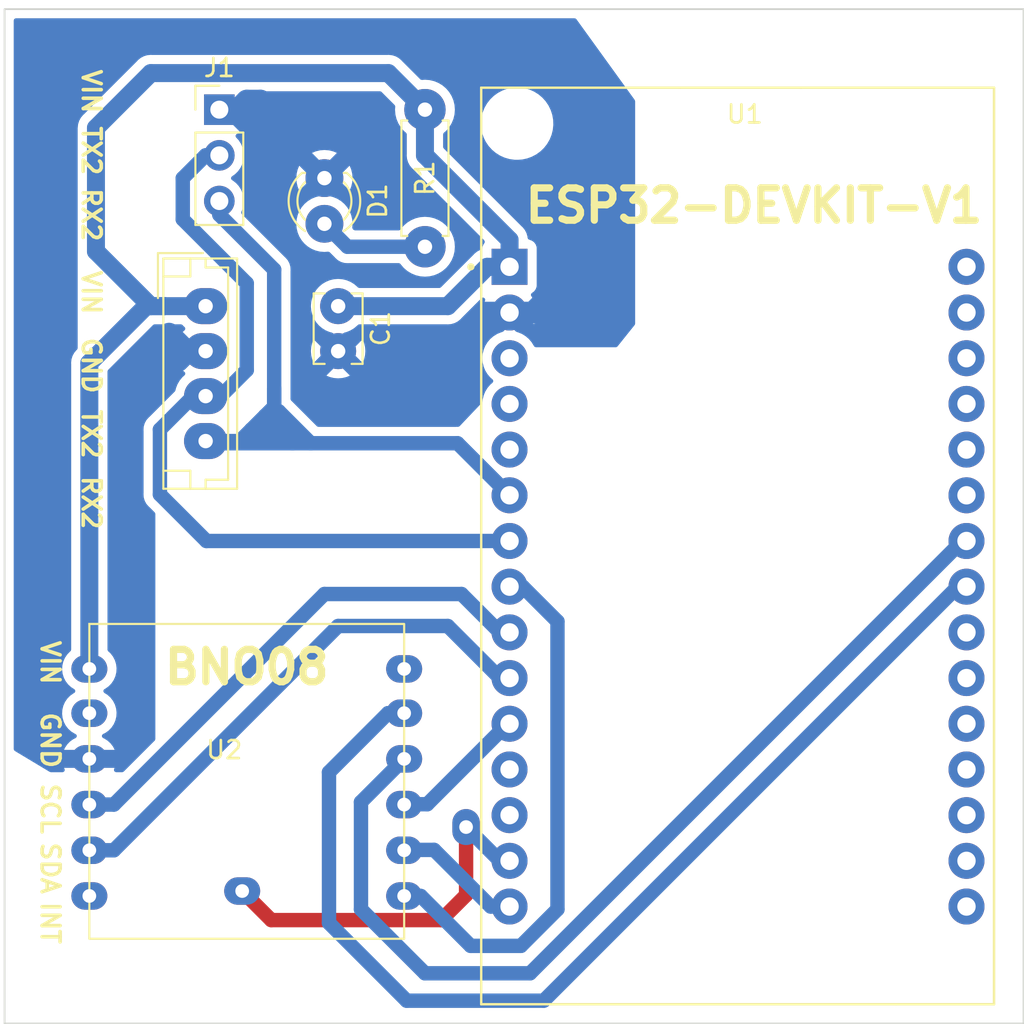
<source format=kicad_pcb>
(kicad_pcb (version 20211014) (generator pcbnew)
  (layers (0 "F.Cu" signal) (31 "B.Cu" signal) (34 "B.Paste" user) (35 "F.Paste" user) (36 "B.SilkS" user "B.Silkscreen") (37 "F.SilkS" user "F.Silkscreen") (38 "B.Mask" user) (39 "F.Mask" user) (44 "Edge.Cuts" user))
  (net 0 "")
  (net 1 "/VIN")
  (net 2 "GND")
  (net 3 "Net-(D1-Pad2)")
  (net 4 "/RX2")
  (net 5 "/TX2")
  (net 9 "/CS")
  (net 10 "/SCL")
  (net 11 "/SDA")
  (net 12 "/RST")
  (net 15 "/INT")
  (net 16 "/DI")
  (net 22 "/P1")
  (net 23 "/P0")
  (footprint "MY_LIB:LED_D3.0mm" (layer "F.Cu") (at 126.492 96.261 -90)
    (fp_text reference "D1" (at 1.27 -2.96 90) (layer "F.SilkS"))
    (fp_text value "LED")
    (fp_line (start -0.29 -1.236) (end -0.29 -1.08) (layer "F.SilkS") (width 0.12))
    (fp_line (start -0.29 1.08) (end -0.29 1.236) (layer "F.SilkS") (width 0.12))
    (fp_arc (start 2.31113 1.079837) (mid 1.270117 1.5) (end 0.229039 1.08) (layer "F.SilkS") (width 0.12))
    (fp_arc (start -0.29 -1.235516) (mid 1.366487 -1.987659) (end 2.942335 -1.078608) (layer "F.SilkS") (width 0.12))
    (fp_arc (start 2.942335 1.078608) (mid 1.366487 1.987659) (end -0.29 1.235516) (layer "F.SilkS") (width 0.12))
    (fp_arc (start 0.229039 -1.08) (mid 1.270117 -1.5) (end 2.31113 -1.079837) (layer "F.SilkS") (width 0.12))
    (pad "1" thru_hole circle locked (at 0 0 270) (size 2.1 2.1) (drill 0.8) (layers *.Cu *.Mask) (net 2 "GND"))
    (pad "2" thru_hole circle locked (at 2.54 0 270) (size 2.1 2.1) (drill 0.8) (layers *.Cu *.Mask) (net 3 "Net-(D1-Pad2)"))
  )
  (footprint "MY_LIB:Resistor_small" (layer "F.Cu") (at 132.08 100.076 90)
    (fp_text reference "R1" (at 3.81 0 90) (layer "F.SilkS"))
    (fp_text value "R")
    (fp_line (start 0.6 -0.98) (end 0.6 -1.31) (layer "F.SilkS") (width 0.12))
    (fp_line (start 7.02 -1.31) (end 7.02 -0.98) (layer "F.SilkS") (width 0.12))
    (fp_line (start 0.6 1.31) (end 7.02 1.31) (layer "F.SilkS") (width 0.12))
    (fp_line (start 0.6 0.98) (end 0.6 1.31) (layer "F.SilkS") (width 0.12))
    (fp_line (start 7.02 1.31) (end 7.02 0.98) (layer "F.SilkS") (width 0.12))
    (fp_line (start 0.6 -1.31) (end 7.02 -1.31) (layer "F.SilkS") (width 0.12))
    (pad "1" thru_hole circle locked (at 0 0 90) (size 2.3 2.3) (drill 0.8) (layers *.Cu *.Mask) (net 3 "Net-(D1-Pad2)"))
    (pad "2" thru_hole circle locked (at 7.62 0 90) (size 2.3 2.3) (drill 0.8) (layers *.Cu *.Mask) (net 1 "/VIN"))
  )
  (footprint "ESP32-DEVKIT-V1:MODULE_ESP32_DEVKIT_V1" (layer "F.Cu") (at 149.483 116.707)
    (fp_text reference "U1" (at 0.377 -23.997) (layer "F.SilkS"))
    (fp_text value "ESP32-DEVKIT-V1")
    (fp_line (start 14.23 25.475) (end -14.28 25.475) (layer "F.SilkS") (width 0.127))
    (fp_line (start -3.211 -25.475) (end 3.5 -25.475) (layer "F.SilkS") (width 0.127))
    (fp_line (start -14.28 25.475) (end -14.28 -25.475) (layer "F.SilkS") (width 0.127))
    (fp_line (start 3.5 -25.475) (end 14.23 -25.475) (layer "F.SilkS") (width 0.127))
    (fp_line (start -14.28 25.475) (end -8.91 25.475) (layer "F.SilkS") (width 0.127))
    (fp_line (start 8.78 25.475) (end 14.23 25.475) (layer "F.SilkS") (width 0.127))
    (fp_line (start -14.28 -25.475) (end -3.211 -25.475) (layer "F.SilkS") (width 0.127))
    (fp_line (start -14.28 -25.475) (end 14.23 -25.475) (layer "F.SilkS") (width 0.127))
    (fp_line (start 14.23 -25.475) (end 14.23 25.475) (layer "F.SilkS") (width 0.127))
    (fp_line (start 14.23 -25.475) (end 14.23 25.475) (layer "F.SilkS") (width 0.127))
    (fp_line (start -14.28 25.475) (end -14.28 -25.475) (layer "F.SilkS") (width 0.127))
    (fp_line (start -8.91 25.475) (end 8.78 25.475) (layer "F.SilkS") (width 0.127))
    (fp_circle (center -14.85 -15.515) (end -14.75 -15.515) (layer "F.SilkS") (width 0.2) (fill none))
    (pad "" np_thru_hole circle (at 12.23 -23.475) (size 3 3) (drill 3) (layers *.Cu *.Mask))
    (pad "" np_thru_hole circle (at 12.23 23.475) (size 3 3) (drill 3) (layers *.Cu *.Mask))
    (pad "" np_thru_hole circle (at -12.28 -23.475) (size 3 3) (drill 3) (layers *.Cu *.Mask))
    (pad "1" thru_hole rect (at -12.7 -15.515) (size 2 2) (drill 1.02) (layers *.Cu *.Mask) (net 1 "/VIN"))
    (pad "2" thru_hole circle (at -12.7 -12.975) (size 2 2) (drill 1.02) (layers *.Cu *.Mask) (net 2 "GND"))
    (pad "3" thru_hole circle (at -12.7 -10.435) (size 2 2) (drill 1.02) (layers *.Cu *.Mask))
    (pad "4" thru_hole circle (at -12.7 -7.895) (size 2 2) (drill 1.02) (layers *.Cu *.Mask))
    (pad "5" thru_hole circle (at -12.7 -5.355) (size 2 2) (drill 1.02) (layers *.Cu *.Mask))
    (pad "6" thru_hole circle (at -12.7 -2.815) (size 2 2) (drill 1.02) (layers *.Cu *.Mask) (net 4 "/RX2"))
    (pad "7" thru_hole circle (at -12.7 -0.275) (size 2 2) (drill 1.02) (layers *.Cu *.Mask) (net 5 "/TX2"))
    (pad "8" thru_hole circle (at -12.7 2.265) (size 2 2) (drill 1.02) (layers *.Cu *.Mask) (net 9 "/CS"))
    (pad "9" thru_hole circle (at -12.7 4.805) (size 2 2) (drill 1.02) (layers *.Cu *.Mask) (net 10 "/SCL"))
    (pad "10" thru_hole circle (at -12.7 7.345) (size 2 2) (drill 1.02) (layers *.Cu *.Mask) (net 11 "/SDA"))
    (pad "11" thru_hole circle (at -12.7 9.885) (size 2 2) (drill 1.02) (layers *.Cu *.Mask) (net 12 "/RST"))
    (pad "12" thru_hole circle (at -12.7 12.425) (size 2 2) (drill 1.02) (layers *.Cu *.Mask))
    (pad "13" thru_hole circle (at -12.7 14.965) (size 2 2) (drill 1.02) (layers *.Cu *.Mask))
    (pad "14" thru_hole circle (at -12.7 17.505) (size 2 2) (drill 1.02) (layers *.Cu *.Mask) (net 15 "/INT"))
    (pad "15" thru_hole circle (at -12.7 20.045) (size 2 2) (drill 1.02) (layers *.Cu *.Mask) (net 16 "/DI"))
    (pad "16" thru_hole circle (at 12.7 20.045) (size 2 2) (drill 1.02) (layers *.Cu *.Mask))
    (pad "17" thru_hole circle (at 12.7 17.505) (size 2 2) (drill 1.02) (layers *.Cu *.Mask))
    (pad "18" thru_hole circle (at 12.7 14.965) (size 2 2) (drill 1.02) (layers *.Cu *.Mask))
    (pad "19" thru_hole circle (at 12.7 12.425) (size 2 2) (drill 1.02) (layers *.Cu *.Mask))
    (pad "20" thru_hole circle (at 12.7 9.885) (size 2 2) (drill 1.02) (layers *.Cu *.Mask))
    (pad "21" thru_hole circle (at 12.7 7.345) (size 2 2) (drill 1.02) (layers *.Cu *.Mask))
    (pad "22" thru_hole circle (at 12.7 4.805) (size 2 2) (drill 1.02) (layers *.Cu *.Mask))
    (pad "23" thru_hole circle (at 12.7 2.265) (size 2 2) (drill 1.02) (layers *.Cu *.Mask) (net 23 "/P0"))
    (pad "24" thru_hole circle (at 12.7 -0.275) (size 2 2) (drill 1.02) (layers *.Cu *.Mask) (net 22 "/P1"))
    (pad "25" thru_hole circle (at 12.7 -2.815) (size 2 2) (drill 1.02) (layers *.Cu *.Mask))
    (pad "26" thru_hole circle (at 12.7 -5.355) (size 2 2) (drill 1.02) (layers *.Cu *.Mask))
    (pad "27" thru_hole circle (at 12.7 -7.895) (size 2 2) (drill 1.02) (layers *.Cu *.Mask))
    (pad "28" thru_hole circle (at 12.7 -10.435) (size 2 2) (drill 1.02) (layers *.Cu *.Mask))
    (pad "29" thru_hole circle (at 12.7 -12.975) (size 2 2) (drill 1.02) (layers *.Cu *.Mask) (net 2 "GND"))
    (pad "30" thru_hole circle (at 12.7 -15.515) (size 2 2) (drill 1.02) (layers *.Cu *.Mask))
  )
  (footprint "MY_LIB:jst_4" (layer "F.Cu") (at 119.888 103.378 -90)
    (fp_text reference "J3" hide)
    (fp_text value "Conn_01x04_Male")
    (fp_line (start -2.95 2.65) (end -0.45 2.65) (layer "F.SilkS") (width 0.12))
    (fp_line (start -2.95 0.15) (end -2.95 2.65) (layer "F.SilkS") (width 0.12))
    (fp_line (start -2.15 0) (end -2.15 -1.25) (layer "F.SilkS") (width 0.12))
    (fp_line (start -2.65 2.35) (end 10.15 2.35) (layer "F.SilkS") (width 0.12))
    (fp_line (start -2.65 -1.75) (end -2.65 2.35) (layer "F.SilkS") (width 0.12))
    (fp_line (start -1.65 0.85) (end -1.65 2.35) (layer "F.SilkS") (width 0.12))
    (fp_line (start 9.65 0) (end 10.15 0) (layer "F.SilkS") (width 0.12))
    (fp_line (start 10.15 2.35) (end 10.15 -1.75) (layer "F.SilkS") (width 0.12))
    (fp_line (start 10.15 -1.75) (end -2.65 -1.75) (layer "F.SilkS") (width 0.12))
    (fp_line (start 9.15 0.85) (end 9.15 2.35) (layer "F.SilkS") (width 0.12))
    (fp_line (start 9.65 -1.25) (end 9.65 0) (layer "F.SilkS") (width 0.12))
    (fp_line (start -2.65 0) (end -2.15 0) (layer "F.SilkS") (width 0.12))
    (fp_line (start -2.15 -1.25) (end 9.65 -1.25) (layer "F.SilkS") (width 0.12))
    (fp_line (start 10.15 0.85) (end 9.15 0.85) (layer "F.SilkS") (width 0.12))
    (fp_line (start -2.65 0.85) (end -1.65 0.85) (layer "F.SilkS") (width 0.12))
    (pad "1" thru_hole oval locked (at 0 0 270) (size 2 2.4) (drill 0.8) (layers *.Cu *.Mask) (net 1 "/VIN"))
    (pad "2" thru_hole oval locked (at 2.5 0 270) (size 2 2.4) (drill 0.8) (layers *.Cu *.Mask) (net 2 "GND"))
    (pad "3" thru_hole oval locked (at 5 0 270) (size 2 2.4) (drill 0.8) (layers *.Cu *.Mask) (net 5 "/TX2"))
    (pad "4" thru_hole oval locked (at 7.5 0 270) (size 2 2.4) (drill 0.8) (layers *.Cu *.Mask) (net 4 "/RX2"))
  )
  (footprint "" (layer "F.Cu") (at 134.366 132.334 90)
    (fp_text reference "" (at 0 0 90) (layer "F.SilkS") (effects (font (size 1.27 1.27))))
    (fp_text value "" (at 0 0 90) (layer "F.SilkS") (effects (font (size 1.27 1.27))))
    (pad "6" thru_hole oval (at 0 0 90) (size 2 1.524) (drill oval 0.762) (layers *.Cu *.Mask) (net 15 "/INT"))
  )
  (footprint "IMU:BNO08X" (layer "F.Cu") (at 120.924 128.544)
    (fp_text reference "U2" (at 0 -0.5 unlocked) (layer "F.SilkS"))
    (fp_text value "BNO08X")
    (fp_rect (start -7.5 -7.5) (end 10 10) (layer "F.SilkS") (width 0.12) (fill none))
    (pad "1" thru_hole oval (at -7.5 -5) (size 2 1.524) (drill oval 0.762) (layers *.Cu *.Mask) (net 1 "/VIN"))
    (pad "2" thru_hole oval (at -7.5 -2.54) (size 2 1.524) (drill oval 0.762) (layers *.Cu *.Mask))
    (pad "3" thru_hole oval (at -7.5 0) (size 2 1.524) (drill oval 0.762) (layers *.Cu *.Mask) (net 2 "GND"))
    (pad "4" thru_hole oval (at -7.5 2.54) (size 2 1.524) (drill oval 0.762) (layers *.Cu *.Mask) (net 10 "/SCL"))
    (pad "5" thru_hole oval (at -7.5 5.08) (size 2 1.524) (drill oval 0.762) (layers *.Cu *.Mask) (net 11 "/SDA"))
    (pad "6" thru_hole oval (at -7.5 7.62) (size 2 1.524) (drill oval 0.762) (layers *.Cu *.Mask) (net 15 "/INT"))
    (pad "7" thru_hole oval (at 10 -5) (size 2 1.524) (drill oval 0.762) (layers *.Cu *.Mask))
    (pad "8" thru_hole oval (at 10 -2.54) (size 2 1.524) (drill oval 0.762) (layers *.Cu *.Mask) (net 23 "/P0"))
    (pad "9" thru_hole oval (at 10 0) (size 2 1.524) (drill oval 0.762) (layers *.Cu *.Mask) (net 22 "/P1"))
    (pad "10" thru_hole oval (at 10 2.54) (size 2 1.524) (drill oval 0.762) (layers *.Cu *.Mask) (net 12 "/RST"))
    (pad "11" thru_hole oval (at 10 5.08) (size 2 1.524) (drill oval 0.762) (layers *.Cu *.Mask) (net 16 "/DI"))
    (pad "12" thru_hole oval (at 10 7.62) (size 2 1.524) (drill oval 0.762) (layers *.Cu *.Mask) (net 9 "/CS"))
  )
  (footprint "" (layer "F.Cu") (at 121.92 135.89)
    (fp_text reference "" (at 0 0) (layer "F.SilkS") (effects (font (size 1.27 1.27))))
    (fp_text value "" (at 0 0) (layer "F.SilkS") (effects (font (size 1.27 1.27))))
    (pad "6" thru_hole oval (at 0 0) (size 2 1.524) (drill oval 0.762) (layers *.Cu *.Mask) (net 15 "/INT"))
  )
  (footprint "Connector_PinHeader_2.54mm:PinHeader_1x03_P2.54mm_Vertical" (layer "F.Cu") (at 120.65 92.456)
    (fp_text reference "J1" (at 0 -2.33) (layer "F.SilkS"))
    (fp_text value "Conn_01x03_Male")
    (fp_line (start 1.33 1.27) (end 1.33 6.41) (layer "F.SilkS") (width 0.12))
    (fp_line (start -1.33 1.27) (end -1.33 6.41) (layer "F.SilkS") (width 0.12))
    (fp_line (start -1.33 6.41) (end 1.33 6.41) (layer "F.SilkS") (width 0.12))
    (fp_line (start -1.33 0) (end -1.33 -1.33) (layer "F.SilkS") (width 0.12))
    (fp_line (start -1.33 1.27) (end 1.33 1.27) (layer "F.SilkS") (width 0.12))
    (fp_line (start -1.33 -1.33) (end 0 -1.33) (layer "F.SilkS") (width 0.12))
    (pad "1" thru_hole rect (at 0 0) (size 1.7 1.7) (drill 1) (layers *.Cu *.Mask) (net 2 "GND"))
    (pad "2" thru_hole oval (at 0 2.54) (size 1.7 1.7) (drill 1) (layers *.Cu *.Mask) (net 5 "/TX2"))
    (pad "3" thru_hole oval (at 0 5.08) (size 1.7 1.7) (drill 1) (layers *.Cu *.Mask) (net 4 "/RX2"))
  )
  (footprint "MY_LIB:Capacitor_Disc_Small" (layer "F.Cu") (at 127.254 103.378 -90)
    (fp_text reference "C1" (at 1.25 -2.36 90) (layer "F.SilkS"))
    (fp_text value "C")
    (fp_line (start -0.71 -1.36) (end 3.21 -1.36) (layer "F.SilkS") (width 0.12))
    (fp_line (start 3.21 0.75) (end 3.21 1.36) (layer "F.SilkS") (width 0.12))
    (fp_line (start 3.21 -1.36) (end 3.21 -0.75) (layer "F.SilkS") (width 0.12))
    (fp_line (start -0.71 1.36) (end 3.21 1.36) (layer "F.SilkS") (width 0.12))
    (fp_line (start -0.71 -1.36) (end -0.71 -0.75) (layer "F.SilkS") (width 0.12))
    (fp_line (start -0.71 0.75) (end -0.71 1.36) (layer "F.SilkS") (width 0.12))
    (pad "1" thru_hole circle locked (at 0 0 270) (size 2 2) (drill 0.8) (layers *.Cu *.Mask) (net 1 "/VIN"))
    (pad "2" thru_hole circle locked (at 2.5 0 270) (size 2 2) (drill 0.8) (layers *.Cu *.Mask) (net 2 "GND"))
  )
  (gr_rect (start 108.712 86.868) (end 165.354 143.256) (layer "Edge.Cuts") (width 0.1) (fill none))
  (gr_text "GND" (at 111.252 127.508 270) (layer "F.SilkS") (effects (font (size 1 1) (thickness 0.2))))
  (gr_text "VIN" (at 113.538 91.44 270) (layer "F.SilkS") (effects (font (size 1 1) (thickness 0.2))))
  (gr_text "BNO08" (at 122.174 123.444) (layer "F.SilkS") (effects (font (size 1.8 1.8) (thickness 0.4))))
  (gr_text "ESP32-DEVKIT-V1" (at 150.368 97.79) (layer "F.SilkS") (effects (font (size 1.8 1.8) (thickness 0.4))))
  (gr_text "SDA" (at 111.252 134.62 270) (layer "F.SilkS") (effects (font (size 1 1) (thickness 0.2))))
  (gr_text "GND" (at 113.538 106.68 270) (layer "F.SilkS") (effects (font (size 1 1) (thickness 0.2))))
  (gr_text "INT" (at 111.252 137.668 270) (layer "F.SilkS") (effects (font (size 1 1) (thickness 0.2))))
  (gr_text "RX2" (at 113.538 98.298 270) (layer "F.SilkS") (effects (font (size 1 1) (thickness 0.2))))
  (gr_text "TX2" (at 113.538 94.742 270) (layer "F.SilkS") (effects (font (size 1 1) (thickness 0.2))))
  (gr_text "SCL" (at 111.252 131.318 270) (layer "F.SilkS") (effects (font (size 1 1) (thickness 0.2))))
  (gr_text "VIN" (at 113.538 102.616 270) (layer "F.SilkS") (effects (font (size 1 1) (thickness 0.2))))
  (gr_text "VIN" (at 111.252 123.19 270) (layer "F.SilkS") (effects (font (size 1 1) (thickness 0.2))))
  (gr_text "TX2" (at 113.538 110.49 270) (layer "F.SilkS") (effects (font (size 1 1) (thickness 0.2))))
  (gr_text "RX2" (at 113.538 114.3 270) (layer "F.SilkS") (effects (font (size 1 1) (thickness 0.2))))
  (segment (start 136.783 99.699) (end 132.08 94.996) (width 1) (layer "B.Cu") (net 1))
  (segment (start 135.536 101.192) (end 133.35 103.378) (width 1) (layer "B.Cu") (net 1))
  (segment (start 117.602 103.378) (end 119.888 103.378) (width 1) (layer "B.Cu") (net 1))
  (segment (start 132.08 92.456) (end 130.048 90.424) (width 1) (layer "B.Cu") (net 1))
  (segment (start 136.783 101.192) (end 135.536 101.192) (width 1) (layer "B.Cu") (net 1))
  (segment (start 113.792 93.472) (end 113.792 100.33) (width 1) (layer "B.Cu") (net 1))
  (segment (start 116.84 90.424) (end 113.792 93.472) (width 1) (layer "B.Cu") (net 1))
  (segment (start 113.424 106.54) (end 116.586 103.378) (width 1) (layer "B.Cu") (net 1))
  (segment (start 130.048 90.424) (end 116.84 90.424) (width 1) (layer "B.Cu") (net 1))
  (segment (start 116.84 103.378) (end 117.602 103.378) (width 1) (layer "B.Cu") (net 1))
  (segment (start 116.586 103.378) (end 117.602 103.378) (width 1) (layer "B.Cu") (net 1))
  (segment (start 133.35 103.378) (end 127.254 103.378) (width 1) (layer "B.Cu") (net 1))
  (segment (start 113.424 123.544) (end 113.424 106.54) (width 1) (layer "B.Cu") (net 1))
  (segment (start 113.792 100.33) (end 116.84 103.378) (width 1) (layer "B.Cu") (net 1))
  (segment (start 136.783 101.192) (end 136.783 99.699) (width 1) (layer "B.Cu") (net 1))
  (segment (start 132.08 94.996) (end 132.08 92.456) (width 1) (layer "B.Cu") (net 1))
  (segment (start 118.912 105.878) (end 118.364 106.426) (width 1.2) (layer "B.Cu") (net 2))
  (segment (start 119.888 105.878) (end 118.832 105.878) (width 1.2) (layer "B.Cu") (net 2))
  (segment (start 138.076 103.732) (end 138.684 103.124) (width 1.2) (layer "B.Cu") (net 2))
  (segment (start 120.65 92.456) (end 121.666 92.456) (width 1.2) (layer "B.Cu") (net 2))
  (segment (start 122.174 91.948) (end 122.936 91.948) (width 1.2) (layer "B.Cu") (net 2))
  (segment (start 120.65 92.456) (end 121.412 92.456) (width 1.2) (layer "B.Cu") (net 2))
  (segment (start 136.783 103.732) (end 138.076 103.732) (width 1.2) (layer "B.Cu") (net 2))
  (segment (start 138.684 103.124) (end 139.192 102.616) (width 1.2) (layer "B.Cu") (net 2))
  (segment (start 122.936 91.948) (end 123.952 92.964) (width 1.2) (layer "B.Cu") (net 2))
  (segment (start 118.832 105.878) (end 117.856 104.902) (width 1.2) (layer "B.Cu") (net 2))
  (segment (start 139.192 102.616) (end 141.732 102.616) (width 1.2) (layer "B.Cu") (net 2))
  (segment (start 136.783 103.732) (end 135.282 103.732) (width 1.2) (layer "B.Cu") (net 2))
  (segment (start 121.666 92.456) (end 122.174 91.948) (width 1.2) (layer "B.Cu") (net 2))
  (segment (start 135.282 103.732) (end 134.62 104.394) (width 1.2) (layer "B.Cu") (net 2))
  (segment (start 119.888 105.878) (end 119.643095 105.878) (width 1.2) (layer "B.Cu") (net 2))
  (segment (start 119.888 105.878) (end 118.912 105.878) (width 1.2) (layer "B.Cu") (net 2))
  (segment (start 121.412 92.456) (end 122.936 93.98) (width 1.2) (layer "B.Cu") (net 2))
  (segment (start 132.08 100.076) (end 127.767 100.076) (width 0.8) (layer "B.Cu") (net 3))
  (segment (start 127.767 100.076) (end 126.492 98.801) (width 0.8) (layer "B.Cu") (net 3))
  (segment (start 123.698 110.236) (end 123.698 109.982) (width 0.8) (layer "B.Cu") (net 4))
  (segment (start 124.714 110.998) (end 123.952 110.236) (width 0.8) (layer "B.Cu") (net 4))
  (segment (start 122.428 110.236) (end 123.19 109.474) (width 0.8) (layer "B.Cu") (net 4))
  (segment (start 122.428 110.236) (end 123.698 110.236) (width 0.8) (layer "B.Cu") (net 4))
  (segment (start 136.783 113.892) (end 133.889 110.998) (width 0.8) (layer "B.Cu") (net 4))
  (segment (start 125.73 110.998) (end 123.952 109.22) (width 0.8) (layer "B.Cu") (net 4))
  (segment (start 122.174 110.744) (end 123.698 109.22) (width 0.8) (layer "B.Cu") (net 4))
  (segment (start 123.698 108.966) (end 123.698 107.95) (width 0.8) (layer "B.Cu") (net 4))
  (segment (start 123.698 109.982) (end 123.19 109.474) (width 0.8) (layer "B.Cu") (net 4))
  (segment (start 119.888 110.878) (end 121.786 110.878) (width 0.8) (layer "B.Cu") (net 4))
  (segment (start 120.008 110.998) (end 119.888 110.878) (width 0.8) (layer "B.Cu") (net 4))
  (segment (start 123.698 109.22) (end 123.698 101.346) (width 0.8) (layer "B.Cu") (net 4))
  (segment (start 120.65 98.298) (end 120.65 97.536) (width 0.8) (layer "B.Cu") (net 4))
  (segment (start 123.698 110.236) (end 123.952 110.236) (width 0.8) (layer "B.Cu") (net 4))
  (segment (start 123.698 101.346) (end 120.65 98.298) (width 0.8) (layer "B.Cu") (net 4))
  (segment (start 123.19 109.474) (end 123.698 108.966) (width 0.8) (layer "B.Cu") (net 4))
  (segment (start 125.73 110.998) (end 124.714 110.998) (width 0.8) (layer "B.Cu") (net 4))
  (segment (start 123.952 109.22) (end 123.952 110.236) (width 0.8) (layer "B.Cu") (net 4))
  (segment (start 133.889 110.998) (end 125.73 110.998) (width 0.8) (layer "B.Cu") (net 4))
  (segment (start 121.786 110.878) (end 122.428 110.236) (width 0.8) (layer "B.Cu") (net 4))
  (segment (start 124.714 110.998) (end 120.008 110.998) (width 0.8) (layer "B.Cu") (net 4))
  (segment (start 136.783 116.432) (end 119.931938 116.432) (width 0.8) (layer "B.Cu") (net 5))
  (segment (start 122.174 106.934) (end 122.174 102.108) (width 0.8) (layer "B.Cu") (net 5))
  (segment (start 119.206 108.378) (end 119.888 108.378) (width 0.8) (layer "B.Cu") (net 5))
  (segment (start 119.888 94.996) (end 120.65 94.996) (width 0.8) (layer "B.Cu") (net 5))
  (segment (start 117.348 113.848062) (end 117.348 110.236) (width 0.8) (layer "B.Cu") (net 5))
  (segment (start 119.931938 116.432) (end 117.348 113.848062) (width 0.8) (layer "B.Cu") (net 5))
  (segment (start 120.73 108.378) (end 122.174 106.934) (width 0.8) (layer "B.Cu") (net 5))
  (segment (start 118.618 96.266) (end 119.888 94.996) (width 0.8) (layer "B.Cu") (net 5))
  (segment (start 119.888 108.378) (end 120.73 108.378) (width 0.8) (layer "B.Cu") (net 5))
  (segment (start 122.174 102.108) (end 118.618 98.552) (width 0.8) (layer "B.Cu") (net 5))
  (segment (start 117.348 110.236) (end 119.206 108.378) (width 0.8) (layer "B.Cu") (net 5))
  (segment (start 118.618 98.552) (end 118.618 96.266) (width 0.8) (layer "B.Cu") (net 5))
  (segment (start 136.783 118.972) (end 137.514 118.972) (width 0.8) (layer "B.Cu") (net 9))
  (segment (start 134.62 138.938) (end 131.846 136.164) (width 0.8) (layer "B.Cu") (net 9))
  (segment (start 137.514 118.972) (end 139.446 120.904) (width 0.8) (layer "B.Cu") (net 9))
  (segment (start 139.446 136.906) (end 137.414 138.938) (width 0.8) (layer "B.Cu") (net 9))
  (segment (start 139.446 120.904) (end 139.446 136.906) (width 0.8) (layer "B.Cu") (net 9))
  (segment (start 131.846 136.164) (end 130.924 136.164) (width 0.8) (layer "B.Cu") (net 9))
  (segment (start 137.414 138.938) (end 134.62 138.938) (width 0.8) (layer "B.Cu") (net 9))
  (segment (start 114.788 131.084) (end 113.424 131.084) (width 0.8) (layer "B.Cu") (net 10))
  (segment (start 136.783 121.512) (end 136.244 121.512) (width 0.8) (layer "B.Cu") (net 10))
  (segment (start 126.492 119.38) (end 114.788 131.084) (width 0.8) (layer "B.Cu") (net 10))
  (segment (start 134.112 119.38) (end 126.492 119.38) (width 0.8) (layer "B.Cu") (net 10))
  (segment (start 136.244 121.512) (end 134.112 119.38) (width 0.8) (layer "B.Cu") (net 10))
  (segment (start 136.244 124.052) (end 133.35 121.158) (width 0.8) (layer "B.Cu") (net 11))
  (segment (start 136.783 124.052) (end 136.244 124.052) (width 0.8) (layer "B.Cu") (net 11))
  (segment (start 127.254 121.158) (end 114.788 133.624) (width 0.8) (layer "B.Cu") (net 11))
  (segment (start 114.788 133.624) (end 113.424 133.624) (width 0.8) (layer "B.Cu") (net 11))
  (segment (start 133.35 121.158) (end 127.254 121.158) (width 0.8) (layer "B.Cu") (net 11))
  (segment (start 130.944 131.064) (end 130.924 131.084) (width 0.8) (layer "B.Cu") (net 12))
  (segment (start 132.207 131.064) (end 130.944 131.064) (width 0.8) (layer "B.Cu") (net 12))
  (segment (start 136.679 126.592) (end 136.783 126.592) (width 0.8) (layer "B.Cu") (net 12))
  (segment (start 132.207 131.064) (end 136.679 126.592) (width 0.8) (layer "B.Cu") (net 12))
  (segment (start 134.366 136.11548) (end 134.366 132.334) (width 0.8) (layer "F.Cu") (net 15))
  (segment (start 121.92 135.89) (end 123.53552 137.50552) (width 0.8) (layer "F.Cu") (net 15))
  (segment (start 132.97596 137.50552) (end 134.366 136.11548) (width 0.8) (layer "F.Cu") (net 15))
  (segment (start 123.53552 137.50552) (end 132.97596 137.50552) (width 0.8) (layer "F.Cu") (net 15))
  (segment (start 136.244 134.212) (end 134.366 132.334) (width 0.8) (layer "B.Cu") (net 15))
  (segment (start 136.783 134.212) (end 136.244 134.212) (width 0.8) (layer "B.Cu") (net 15))
  (segment (start 132.588 133.604) (end 130.944 133.604) (width 0.8) (layer "B.Cu") (net 16))
  (segment (start 136.783 136.752) (end 135.736 136.752) (width 0.8) (layer "B.Cu") (net 16))
  (segment (start 130.944 133.604) (end 130.924 133.624) (width 0.8) (layer "B.Cu") (net 16))
  (segment (start 135.736 136.752) (end 132.588 133.604) (width 0.8) (layer "B.Cu") (net 16))
  (segment (start 161.952 116.432) (end 162.183 116.432) (width 0.8) (layer "B.Cu") (net 22))
  (segment (start 132.08 140.462) (end 137.922 140.462) (width 0.8) (layer "B.Cu") (net 22))
  (segment (start 137.922 140.462) (end 161.952 116.432) (width 0.8) (layer "B.Cu") (net 22))
  (segment (start 128.524 136.906) (end 132.08 140.462) (width 0.8) (layer "B.Cu") (net 22))
  (segment (start 128.524 130.944) (end 128.524 136.906) (width 0.8) (layer "B.Cu") (net 22))
  (segment (start 130.924 128.544) (end 128.524 130.944) (width 0.8) (layer "B.Cu") (net 22))
  (segment (start 130.924 126.004) (end 130.028 126.004) (width 0.8) (layer "B.Cu") (net 23))
  (segment (start 138.684 141.986) (end 161.698 118.972) (width 0.8) (layer "B.Cu") (net 23))
  (segment (start 126.746 137.668) (end 131.064 141.986) (width 0.8) (layer "B.Cu") (net 23))
  (segment (start 131.064 141.986) (end 138.684 141.986) (width 0.8) (layer "B.Cu") (net 23))
  (segment (start 126.746 129.286) (end 126.746 137.668) (width 0.8) (layer "B.Cu") (net 23))
  (segment (start 130.028 126.004) (end 126.746 129.286) (width 0.8) (layer "B.Cu") (net 23))
  (segment (start 161.698 118.972) (end 162.183 118.972) (width 0.8) (layer "B.Cu") (net 23))
  (zone (net 0) (net_name "") (layer "B.Cu") (connect_pads (clearance 0)) (min_thickness 0.254)
    (keepout (tracks not_allowed) (vias not_allowed) (pads not_allowed) (copperpour not_allowed) (footprints allowed))
    (fill (thermal_gap 0.508) (thermal_bridge_width 0.508))
    (polygon (pts (xy 165.1 143.002) (xy 110.49 143.002) (xy 108.712 127.762) (xy 111.252 129.286) (xy 115.57 129.286) (xy 117.094 127.762) (xy 117.094 114.3) (xy 133.35 110.744) (xy 138.176 105.664) (xy 142.748 105.664) (xy 143.764 104.394) (xy 143.764 91.948) (xy 140.462 87.376) (xy 165.1 87.376)))
  )
  (zone (net 2) (net_name "GND") (layer "B.Cu") (connect_pads (clearance 0.508)) (min_thickness 0.254) (fill yes (thermal_gap 0.508) (thermal_bridge_width 1))
    (polygon (pts (xy 165.354 143.256) (xy 108.458 143.256) (xy 108.458 86.36) (xy 165.354 86.36)))
  )
  (zone (net 0) (net_name "") (layer "B.Cu") (connect_pads (clearance 0)) (min_thickness 0.254)
    (keepout (tracks not_allowed) (vias not_allowed) (pads not_allowed) (copperpour not_allowed) (footprints allowed))
    (fill (thermal_gap 0.508) (thermal_bridge_width 0.508))
    (polygon (pts (xy 118.618 103.632) (xy 112.776 106.172) (xy 112.776 93.472) (xy 119.888 91.44)))
  )
  (zone (net 0) (net_name "") (layer "B.Cu") (connect_pads (clearance 0)) (min_thickness 0.254)
    (keepout (tracks not_allowed) (vias not_allowed) (pads not_allowed) (copperpour not_allowed) (footprints allowed))
    (fill (thermal_gap 0.508) (thermal_bridge_width 0.508))
    (polygon (pts (xy 121.412 102.616) (xy 116.84 102.616) (xy 117.856 101.854) (xy 117.856 98.298)))
  )
)
</source>
